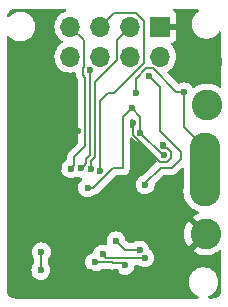
<source format=gbl>
%TF.GenerationSoftware,KiCad,Pcbnew,8.0.5*%
%TF.CreationDate,2025-02-24T22:08:56-06:00*%
%TF.ProjectId,spudglo_driver_mini_v1p0,73707564-676c-46f5-9f64-72697665725f,rev?*%
%TF.SameCoordinates,Original*%
%TF.FileFunction,Copper,L2,Bot*%
%TF.FilePolarity,Positive*%
%FSLAX46Y46*%
G04 Gerber Fmt 4.6, Leading zero omitted, Abs format (unit mm)*
G04 Created by KiCad (PCBNEW 8.0.5) date 2025-02-24 22:08:56*
%MOMM*%
%LPD*%
G01*
G04 APERTURE LIST*
%TA.AperFunction,ComponentPad*%
%ADD10C,2.600000*%
%TD*%
%TA.AperFunction,ComponentPad*%
%ADD11O,1.700000X1.700000*%
%TD*%
%TA.AperFunction,ComponentPad*%
%ADD12R,1.700000X1.700000*%
%TD*%
%TA.AperFunction,ViaPad*%
%ADD13C,0.600000*%
%TD*%
%TA.AperFunction,Conductor*%
%ADD14C,0.200000*%
%TD*%
%TA.AperFunction,Conductor*%
%ADD15C,2.500000*%
%TD*%
G04 APERTURE END LIST*
D10*
%TO.P,J7,1,Pin_1*%
%TO.N,+5V*%
X207630000Y-66200000D03*
%TD*%
%TO.P,J1,1,Pin_1*%
%TO.N,GND*%
X207710000Y-69840000D03*
%TD*%
%TO.P,J2,1,Pin_1*%
%TO.N,+5V*%
X207630000Y-62550000D03*
%TD*%
%TO.P,J4,1,Pin_1*%
%TO.N,TIM1_CH1_SHIFT*%
X207810000Y-58910000D03*
%TD*%
%TO.P,J5,1,Pin_1*%
%TO.N,GND*%
X207800000Y-55290000D03*
%TD*%
D11*
%TO.P,J3,8,Pin_8*%
%TO.N,+3V3*%
X196270000Y-54840000D03*
%TO.P,J3,7,Pin_7*%
%TO.N,/SWDIO*%
X196270000Y-52300000D03*
%TO.P,J3,6,Pin_6*%
%TO.N,/SWCLK*%
X198810000Y-54840000D03*
%TO.P,J3,5,Pin_5*%
%TO.N,XR_TX*%
X198810001Y-52300000D03*
%TO.P,J3,4,Pin_4*%
%TO.N,GND*%
X201350000Y-54840000D03*
%TO.P,J3,3,Pin_3*%
%TO.N,XR_RX*%
X201350000Y-52300000D03*
%TO.P,J3,2,Pin_2*%
%TO.N,NRST*%
X203890000Y-54840000D03*
D12*
%TO.P,J3,1,Pin_1*%
%TO.N,GND*%
X203890000Y-52300000D03*
%TD*%
D13*
%TO.N,+3V3*%
X197719732Y-65920000D03*
%TO.N,GND*%
X194960000Y-72390000D03*
%TO.N,+5V*%
X201796045Y-57893124D03*
%TO.N,/SWDIO*%
X196290000Y-64310000D03*
%TO.N,/SWCLK*%
X197188129Y-64269091D03*
X197950000Y-55990000D03*
%TO.N,NRST*%
X202590031Y-65668497D03*
X202920791Y-56435987D03*
%TO.N,+5V*%
X205870000Y-57820000D03*
%TO.N,GND*%
X195445001Y-61490000D03*
%TO.N,XR_TX*%
X198763061Y-64514000D03*
%TO.N,XR_RX*%
X197990334Y-64306891D03*
%TO.N,GND*%
X204115581Y-62327737D03*
%TO.N,/SWCLK*%
X198989866Y-71573508D03*
%TO.N,NRST*%
X200130000Y-70426687D03*
X202127494Y-71206225D03*
%TO.N,/SWCLK*%
X202570000Y-71872703D03*
%TO.N,/SWDIO*%
X198319732Y-72243642D03*
X200890903Y-72500903D03*
%TO.N,+3V3*%
X201470000Y-59200000D03*
%TO.N,GND*%
X201590000Y-60420000D03*
X197912538Y-73090001D03*
%TO.N,+3V3*%
X202199315Y-61260000D03*
X204199315Y-63150000D03*
%TO.N,GND*%
X200095937Y-73098829D03*
X196879265Y-61100735D03*
%TO.N,+3V3*%
X193811002Y-71371213D03*
X193760735Y-72929265D03*
%TD*%
D14*
%TO.N,/SWDIO*%
X200890903Y-72500903D02*
X200662703Y-72272703D01*
X199881850Y-72272703D02*
X199852789Y-72243642D01*
X200662703Y-72272703D02*
X199881850Y-72272703D01*
X199852789Y-72243642D02*
X198319732Y-72243642D01*
%TO.N,GND*%
X204447844Y-63750000D02*
X203840786Y-63750000D01*
X204055001Y-62388317D02*
X204055001Y-62550000D01*
X204799315Y-62901471D02*
X204799315Y-63398529D01*
X204447844Y-62550000D02*
X204799315Y-62901471D01*
X204799315Y-63398529D02*
X204447844Y-63750000D01*
X203840786Y-63750000D02*
X201590000Y-61499214D01*
X204055001Y-62550000D02*
X204447844Y-62550000D01*
X201590000Y-61499214D02*
X201590000Y-60420000D01*
X204115581Y-62327737D02*
X204055001Y-62388317D01*
%TO.N,+3V3*%
X204199315Y-63150000D02*
X204089315Y-63150000D01*
X204089315Y-63150000D02*
X202199315Y-61260000D01*
X201470000Y-59200000D02*
X200710000Y-59960000D01*
X200710000Y-59960000D02*
X200710000Y-64290000D01*
X199835590Y-64290000D02*
X198205590Y-65920000D01*
X198205590Y-65920000D02*
X197719732Y-65920000D01*
X200710000Y-64290000D02*
X199835590Y-64290000D01*
%TO.N,GND*%
X195445001Y-64313530D02*
X194960000Y-64798531D01*
X194960000Y-64798531D02*
X194960000Y-72390000D01*
X195445001Y-61490000D02*
X195445001Y-64313530D01*
%TO.N,+5V*%
X201796045Y-56712204D02*
X202672262Y-55835987D01*
X202672262Y-55835987D02*
X203259641Y-55835987D01*
X203259641Y-55835987D02*
X205243654Y-57820000D01*
X205243654Y-57820000D02*
X205870000Y-57820000D01*
%TO.N,NRST*%
X202920791Y-56435987D02*
X203854711Y-57369907D01*
X204860000Y-64220000D02*
X203910000Y-64220000D01*
X203854711Y-57369907D02*
X203854711Y-61116182D01*
X205620000Y-63460000D02*
X204860000Y-64220000D01*
X205620000Y-62881471D02*
X205620000Y-63460000D01*
X203910000Y-64220000D02*
X202590031Y-65539969D01*
X202590031Y-65539969D02*
X202590031Y-65668497D01*
X203854711Y-61116182D02*
X205620000Y-62881471D01*
%TO.N,/SWDIO*%
X196588129Y-64011871D02*
X196290000Y-64310000D01*
X196588129Y-63321871D02*
X196588129Y-64011871D01*
X197350000Y-55741471D02*
X197350000Y-56410000D01*
X197350000Y-56410000D02*
X197540000Y-56600000D01*
X197540000Y-62370000D02*
X196588129Y-63321871D01*
X196270000Y-52300000D02*
X197420000Y-53450000D01*
X197420000Y-53450000D02*
X197420000Y-55671471D01*
X197420000Y-55671471D02*
X197350000Y-55741471D01*
X197540000Y-56600000D02*
X197540000Y-62370000D01*
%TO.N,/SWCLK*%
X197390334Y-64066886D02*
X197390334Y-64058362D01*
X197390334Y-64058362D02*
X197590334Y-63858362D01*
X197590334Y-63858362D02*
X197590334Y-63507041D01*
X197590334Y-63507041D02*
X197940000Y-63157375D01*
X197188129Y-64269091D02*
X197390334Y-64066886D01*
X197940000Y-63157375D02*
X197940000Y-56000000D01*
X197940000Y-56000000D02*
X197950000Y-55990000D01*
%TO.N,XR_RX*%
X201350000Y-52300000D02*
X200200000Y-53450000D01*
X200200000Y-53450000D02*
X200200000Y-55120000D01*
X198340000Y-63276939D02*
X198363061Y-63300000D01*
X200200000Y-55120000D02*
X198340000Y-56980000D01*
X198340000Y-56980000D02*
X198340000Y-63276939D01*
X198363061Y-63300000D02*
X197990334Y-63672727D01*
X197990334Y-63672727D02*
X197990334Y-64306891D01*
%TO.N,XR_TX*%
X198810001Y-52300000D02*
X199960001Y-51150000D01*
X199960001Y-51150000D02*
X201826346Y-51150000D01*
X201826346Y-51150000D02*
X202500000Y-51823654D01*
X202500000Y-55340000D02*
X199950000Y-57890000D01*
X202500000Y-51823654D02*
X202500000Y-55340000D01*
X199420000Y-57890000D02*
X198740000Y-58570000D01*
X199950000Y-57890000D02*
X199420000Y-57890000D01*
X198740000Y-58570000D02*
X198763061Y-58593061D01*
X198763061Y-58593061D02*
X198763061Y-64514000D01*
%TO.N,+5V*%
X205870000Y-57820000D02*
X205870000Y-60790000D01*
X205870000Y-60790000D02*
X207630000Y-62550000D01*
%TO.N,GND*%
X195445001Y-61490000D02*
X195834266Y-61100735D01*
X195834266Y-61100735D02*
X196879265Y-61100735D01*
%TO.N,+3V3*%
X202199315Y-61260000D02*
X202199315Y-59929315D01*
X202199315Y-59929315D02*
X201470000Y-59200000D01*
%TO.N,NRST*%
X202127494Y-71206225D02*
X200909538Y-71206225D01*
X200909538Y-71206225D02*
X200130000Y-70426687D01*
%TO.N,/SWCLK*%
X199260000Y-71843642D02*
X200018474Y-71843642D01*
X198989866Y-71573508D02*
X199260000Y-71843642D01*
X200018474Y-71843642D02*
X200047535Y-71872703D01*
X200047535Y-71872703D02*
X202570000Y-71872703D01*
D15*
%TO.N,+5V*%
X207630000Y-66200000D02*
X207630000Y-62550000D01*
D14*
%TO.N,GND*%
X200197108Y-73200000D02*
X200095937Y-73098829D01*
X197921366Y-73098829D02*
X197912538Y-73090001D01*
X200095937Y-73098829D02*
X197921366Y-73098829D01*
%TO.N,+3V3*%
X193811002Y-71371213D02*
X193760735Y-71421480D01*
X193760735Y-71421480D02*
X193760735Y-72929265D01*
%TO.N,+5V*%
X201796045Y-57893124D02*
X201796045Y-56712204D01*
%TD*%
%TA.AperFunction,Conductor*%
%TO.N,GND*%
G36*
X195853624Y-50798700D02*
G01*
X195899379Y-50851504D01*
X195909323Y-50920662D01*
X195880298Y-50984218D01*
X195821520Y-51021992D01*
X195818678Y-51022790D01*
X195806344Y-51026094D01*
X195806335Y-51026098D01*
X195592171Y-51125964D01*
X195592169Y-51125965D01*
X195398597Y-51261505D01*
X195231505Y-51428597D01*
X195095965Y-51622169D01*
X195095964Y-51622171D01*
X194996098Y-51836335D01*
X194996094Y-51836344D01*
X194934938Y-52064586D01*
X194934936Y-52064596D01*
X194914341Y-52299999D01*
X194914341Y-52300000D01*
X194934936Y-52535403D01*
X194934938Y-52535413D01*
X194996094Y-52763655D01*
X194996096Y-52763659D01*
X194996097Y-52763663D01*
X195076182Y-52935405D01*
X195095965Y-52977830D01*
X195095967Y-52977834D01*
X195231501Y-53171395D01*
X195231506Y-53171402D01*
X195398597Y-53338493D01*
X195398603Y-53338498D01*
X195584158Y-53468425D01*
X195627783Y-53523002D01*
X195634977Y-53592500D01*
X195603454Y-53654855D01*
X195584158Y-53671575D01*
X195398597Y-53801505D01*
X195231505Y-53968597D01*
X195095965Y-54162169D01*
X195095964Y-54162171D01*
X194996098Y-54376335D01*
X194996094Y-54376344D01*
X194934938Y-54604586D01*
X194934936Y-54604596D01*
X194914341Y-54839999D01*
X194914341Y-54840000D01*
X194934936Y-55075403D01*
X194934938Y-55075413D01*
X194996094Y-55303655D01*
X194996096Y-55303659D01*
X194996097Y-55303663D01*
X195082389Y-55488716D01*
X195095965Y-55517830D01*
X195095967Y-55517834D01*
X195153865Y-55600520D01*
X195231505Y-55711401D01*
X195398599Y-55878495D01*
X195495384Y-55946265D01*
X195592165Y-56014032D01*
X195592167Y-56014033D01*
X195592170Y-56014035D01*
X195806337Y-56113903D01*
X196034592Y-56175063D01*
X196222918Y-56191539D01*
X196269999Y-56195659D01*
X196270000Y-56195659D01*
X196270001Y-56195659D01*
X196309234Y-56192226D01*
X196505408Y-56175063D01*
X196593407Y-56151484D01*
X196663257Y-56153147D01*
X196721119Y-56192310D01*
X196748623Y-56256538D01*
X196749500Y-56271259D01*
X196749500Y-56323330D01*
X196749499Y-56323348D01*
X196749499Y-56489054D01*
X196749498Y-56489054D01*
X196749499Y-56489057D01*
X196790423Y-56641785D01*
X196805426Y-56667771D01*
X196805427Y-56667773D01*
X196805428Y-56667773D01*
X196869479Y-56778714D01*
X196869481Y-56778717D01*
X196903181Y-56812417D01*
X196936666Y-56873740D01*
X196939500Y-56900098D01*
X196939500Y-62069902D01*
X196919815Y-62136941D01*
X196903181Y-62157583D01*
X196107610Y-62953153D01*
X196107606Y-62953158D01*
X196084501Y-62993180D01*
X196084500Y-62993182D01*
X196028552Y-63090086D01*
X195987628Y-63242814D01*
X195987628Y-63242816D01*
X195987628Y-63410917D01*
X195987629Y-63410930D01*
X195987629Y-63486051D01*
X195967944Y-63553090D01*
X195929601Y-63591045D01*
X195787737Y-63680184D01*
X195660184Y-63807737D01*
X195564211Y-63960476D01*
X195504631Y-64130745D01*
X195504630Y-64130750D01*
X195484435Y-64309996D01*
X195484435Y-64310003D01*
X195504630Y-64489249D01*
X195504631Y-64489254D01*
X195564211Y-64659523D01*
X195660184Y-64812262D01*
X195787738Y-64939816D01*
X195940478Y-65035789D01*
X195993834Y-65054459D01*
X196110745Y-65095368D01*
X196110750Y-65095369D01*
X196289996Y-65115565D01*
X196290000Y-65115565D01*
X196290004Y-65115565D01*
X196469249Y-65095369D01*
X196469252Y-65095368D01*
X196469255Y-65095368D01*
X196639522Y-65035789D01*
X196705645Y-64994240D01*
X196772879Y-64975240D01*
X196831980Y-64992593D01*
X196832334Y-64991860D01*
X196836788Y-64994005D01*
X196837588Y-64994240D01*
X196838607Y-64994880D01*
X196955518Y-65035789D01*
X197008874Y-65054459D01*
X197008878Y-65054460D01*
X197100617Y-65064795D01*
X197153164Y-65070716D01*
X197217577Y-65097782D01*
X197257132Y-65155376D01*
X197259271Y-65225213D01*
X197223313Y-65285120D01*
X197217841Y-65289812D01*
X197089916Y-65417737D01*
X196993943Y-65570476D01*
X196934363Y-65740745D01*
X196934362Y-65740750D01*
X196914167Y-65919996D01*
X196914167Y-65920003D01*
X196934362Y-66099249D01*
X196934363Y-66099254D01*
X196993943Y-66269523D01*
X197089916Y-66422262D01*
X197217470Y-66549816D01*
X197370210Y-66645789D01*
X197540477Y-66705368D01*
X197540482Y-66705369D01*
X197719728Y-66725565D01*
X197719732Y-66725565D01*
X197719736Y-66725565D01*
X197898981Y-66705369D01*
X197898984Y-66705368D01*
X197898987Y-66705368D01*
X198069254Y-66645789D01*
X198221994Y-66549816D01*
X198222001Y-66549808D01*
X198226675Y-66546082D01*
X198277317Y-66524548D01*
X198276796Y-66522604D01*
X198284644Y-66520501D01*
X198284647Y-66520501D01*
X198437375Y-66479577D01*
X198487494Y-66450639D01*
X198574306Y-66400520D01*
X198686110Y-66288716D01*
X198686110Y-66288714D01*
X198696318Y-66278507D01*
X198696319Y-66278504D01*
X200048006Y-64926819D01*
X200109329Y-64893334D01*
X200135687Y-64890500D01*
X200789055Y-64890500D01*
X200789057Y-64890500D01*
X200941784Y-64849577D01*
X201078716Y-64770520D01*
X201190520Y-64658716D01*
X201269577Y-64521784D01*
X201310500Y-64369057D01*
X201310500Y-61780481D01*
X201330185Y-61713442D01*
X201382989Y-61667687D01*
X201452147Y-61657743D01*
X201515703Y-61686768D01*
X201539493Y-61714508D01*
X201569499Y-61762262D01*
X201697053Y-61889816D01*
X201849793Y-61985789D01*
X202020060Y-62045368D01*
X202106984Y-62055161D01*
X202171395Y-62082226D01*
X202180780Y-62090700D01*
X203391034Y-63300955D01*
X203420395Y-63347682D01*
X203473525Y-63499521D01*
X203539656Y-63604767D01*
X203558656Y-63672003D01*
X203538288Y-63738839D01*
X203522344Y-63758420D01*
X203429480Y-63851284D01*
X203429478Y-63851286D01*
X202410575Y-64870188D01*
X202363850Y-64899548D01*
X202240507Y-64942708D01*
X202240506Y-64942709D01*
X202087768Y-65038681D01*
X201960215Y-65166234D01*
X201864242Y-65318973D01*
X201804662Y-65489242D01*
X201804661Y-65489247D01*
X201784466Y-65668493D01*
X201784466Y-65668500D01*
X201804661Y-65847746D01*
X201804662Y-65847751D01*
X201864242Y-66018020D01*
X201915282Y-66099249D01*
X201960215Y-66170759D01*
X202087769Y-66298313D01*
X202240509Y-66394286D01*
X202320460Y-66422262D01*
X202410776Y-66453865D01*
X202410781Y-66453866D01*
X202590027Y-66474062D01*
X202590031Y-66474062D01*
X202590035Y-66474062D01*
X202769280Y-66453866D01*
X202769283Y-66453865D01*
X202769286Y-66453865D01*
X202939553Y-66394286D01*
X203092293Y-66298313D01*
X203219847Y-66170759D01*
X203315820Y-66018019D01*
X203375399Y-65847752D01*
X203395596Y-65668497D01*
X203393689Y-65651570D01*
X203405743Y-65582748D01*
X203429225Y-65550008D01*
X204122416Y-64856819D01*
X204183739Y-64823334D01*
X204210097Y-64820500D01*
X204773331Y-64820500D01*
X204773347Y-64820501D01*
X204780943Y-64820501D01*
X204939054Y-64820501D01*
X204939057Y-64820501D01*
X205091785Y-64779577D01*
X205152488Y-64744530D01*
X205228716Y-64700520D01*
X205340520Y-64588716D01*
X205340520Y-64588714D01*
X205350724Y-64578511D01*
X205350727Y-64578506D01*
X205667820Y-64261414D01*
X205729142Y-64227930D01*
X205798834Y-64232914D01*
X205854767Y-64274786D01*
X205879184Y-64340250D01*
X205879500Y-64349096D01*
X205879500Y-65764093D01*
X205876391Y-65791686D01*
X205844616Y-65930899D01*
X205824451Y-66199995D01*
X205824451Y-66200004D01*
X205844616Y-66469101D01*
X205904664Y-66732188D01*
X205904666Y-66732195D01*
X206003257Y-66983398D01*
X206138185Y-67217102D01*
X206206884Y-67303247D01*
X206306442Y-67428089D01*
X206493183Y-67601358D01*
X206504259Y-67611635D01*
X206727226Y-67763651D01*
X206970359Y-67880738D01*
X207078546Y-67914109D01*
X207136805Y-67952679D01*
X207164963Y-68016624D01*
X207154079Y-68085641D01*
X207107610Y-68137818D01*
X207078547Y-68151091D01*
X207050537Y-68159731D01*
X206807485Y-68276778D01*
X206807476Y-68276783D01*
X206624848Y-68401296D01*
X207462511Y-69238958D01*
X207402110Y-69263978D01*
X207295649Y-69335112D01*
X207205112Y-69425649D01*
X207133978Y-69532110D01*
X207108958Y-69592511D01*
X206272295Y-68755848D01*
X206218600Y-68823180D01*
X206083709Y-69056818D01*
X205985148Y-69307947D01*
X205985142Y-69307966D01*
X205925113Y-69570971D01*
X205925113Y-69570973D01*
X205904953Y-69839995D01*
X205904953Y-69840004D01*
X205925113Y-70109026D01*
X205925113Y-70109028D01*
X205985142Y-70372033D01*
X205985148Y-70372052D01*
X206083709Y-70623181D01*
X206083708Y-70623181D01*
X206218602Y-70856822D01*
X206272294Y-70924151D01*
X206272295Y-70924151D01*
X207108958Y-70087488D01*
X207133978Y-70147890D01*
X207205112Y-70254351D01*
X207295649Y-70344888D01*
X207402110Y-70416022D01*
X207462509Y-70441040D01*
X206624848Y-71278702D01*
X206807483Y-71403220D01*
X206807485Y-71403221D01*
X207050539Y-71520269D01*
X207050537Y-71520269D01*
X207308337Y-71599790D01*
X207308343Y-71599792D01*
X207575101Y-71639999D01*
X207575110Y-71640000D01*
X207844890Y-71640000D01*
X207844898Y-71639999D01*
X208111656Y-71599792D01*
X208111662Y-71599790D01*
X208369461Y-71520269D01*
X208612516Y-71403221D01*
X208612517Y-71403220D01*
X208835428Y-71251242D01*
X208844772Y-71242572D01*
X208907304Y-71211401D01*
X208976761Y-71218987D01*
X209031091Y-71262919D01*
X209053044Y-71329250D01*
X209053116Y-71333468D01*
X209053116Y-74468282D01*
X209052938Y-74471050D01*
X209053102Y-74537298D01*
X209052535Y-74549453D01*
X209039930Y-74680776D01*
X209035247Y-74704628D01*
X208999030Y-74825096D01*
X208989784Y-74847576D01*
X208930762Y-74958665D01*
X208917308Y-74978910D01*
X208837747Y-75076351D01*
X208820602Y-75093582D01*
X208723561Y-75173630D01*
X208703384Y-75187185D01*
X208592594Y-75246762D01*
X208570159Y-75256121D01*
X208449870Y-75292940D01*
X208426044Y-75297742D01*
X208337361Y-75306703D01*
X208294551Y-75311029D01*
X208282092Y-75311657D01*
X208044966Y-75311657D01*
X207977927Y-75291972D01*
X207932172Y-75239168D01*
X207922228Y-75170010D01*
X207951253Y-75106454D01*
X207993968Y-75075654D01*
X207993684Y-75075096D01*
X207997292Y-75073257D01*
X207997522Y-75073092D01*
X207998010Y-75072888D01*
X207998025Y-75072884D01*
X208173405Y-74983524D01*
X208332646Y-74867828D01*
X208471828Y-74728646D01*
X208587524Y-74569405D01*
X208676884Y-74394025D01*
X208737709Y-74206826D01*
X208768500Y-74012422D01*
X208768500Y-73815577D01*
X208737709Y-73621173D01*
X208676882Y-73433970D01*
X208601626Y-73286272D01*
X208587524Y-73258595D01*
X208471828Y-73099354D01*
X208332646Y-72960172D01*
X208173405Y-72844476D01*
X208172749Y-72844142D01*
X207998029Y-72755117D01*
X207810826Y-72694290D01*
X207616422Y-72663500D01*
X207616417Y-72663500D01*
X207419583Y-72663500D01*
X207419578Y-72663500D01*
X207225173Y-72694290D01*
X207037970Y-72755117D01*
X206862594Y-72844476D01*
X206795962Y-72892888D01*
X206703354Y-72960172D01*
X206703352Y-72960174D01*
X206703351Y-72960174D01*
X206564174Y-73099351D01*
X206564174Y-73099352D01*
X206564172Y-73099354D01*
X206541385Y-73130718D01*
X206448476Y-73258594D01*
X206359117Y-73433970D01*
X206298290Y-73621173D01*
X206267500Y-73815577D01*
X206267500Y-74012422D01*
X206298290Y-74206826D01*
X206359117Y-74394029D01*
X206438310Y-74549453D01*
X206448476Y-74569405D01*
X206564172Y-74728646D01*
X206703354Y-74867828D01*
X206862595Y-74983524D01*
X207037975Y-75072884D01*
X207037985Y-75072887D01*
X207038478Y-75073092D01*
X207038641Y-75073223D01*
X207042316Y-75075096D01*
X207041922Y-75075867D01*
X207092885Y-75116929D01*
X207114955Y-75183222D01*
X207097681Y-75250922D01*
X207046547Y-75298537D01*
X206991034Y-75311657D01*
X191709494Y-75311657D01*
X191706666Y-75311475D01*
X191700244Y-75311491D01*
X191700243Y-75311491D01*
X191678040Y-75311547D01*
X191640433Y-75311643D01*
X191628279Y-75311076D01*
X191496964Y-75298480D01*
X191473112Y-75293799D01*
X191352631Y-75257587D01*
X191330149Y-75248342D01*
X191219045Y-75189319D01*
X191198799Y-75175866D01*
X191191626Y-75170010D01*
X191101342Y-75096300D01*
X191084118Y-75079164D01*
X191004052Y-74982110D01*
X190990501Y-74961939D01*
X190930911Y-74851137D01*
X190921553Y-74828707D01*
X190884721Y-74708401D01*
X190879922Y-74684592D01*
X190866753Y-74554296D01*
X190866126Y-74541846D01*
X190866126Y-72929261D01*
X192955170Y-72929261D01*
X192955170Y-72929268D01*
X192975365Y-73108514D01*
X192975366Y-73108519D01*
X193034946Y-73278788D01*
X193039649Y-73286272D01*
X193130919Y-73431527D01*
X193258473Y-73559081D01*
X193411213Y-73655054D01*
X193581480Y-73714633D01*
X193581485Y-73714634D01*
X193760731Y-73734830D01*
X193760735Y-73734830D01*
X193760739Y-73734830D01*
X193939984Y-73714634D01*
X193939987Y-73714633D01*
X193939990Y-73714633D01*
X194110257Y-73655054D01*
X194262997Y-73559081D01*
X194390551Y-73431527D01*
X194486524Y-73278787D01*
X194546103Y-73108520D01*
X194552786Y-73049207D01*
X194566300Y-72929268D01*
X194566300Y-72929261D01*
X194546104Y-72750015D01*
X194546103Y-72750010D01*
X194515832Y-72663500D01*
X194486524Y-72579743D01*
X194390551Y-72427003D01*
X194390549Y-72427001D01*
X194390548Y-72426999D01*
X194388285Y-72424161D01*
X194387394Y-72421980D01*
X194386846Y-72421107D01*
X194386999Y-72421010D01*
X194361879Y-72359474D01*
X194361235Y-72346852D01*
X194361235Y-72243638D01*
X197514167Y-72243638D01*
X197514167Y-72243645D01*
X197534362Y-72422891D01*
X197534363Y-72422896D01*
X197593943Y-72593165D01*
X197634727Y-72658072D01*
X197689916Y-72745904D01*
X197817470Y-72873458D01*
X197848393Y-72892888D01*
X197955477Y-72960174D01*
X197970210Y-72969431D01*
X198140477Y-73029010D01*
X198140482Y-73029011D01*
X198319728Y-73049207D01*
X198319732Y-73049207D01*
X198319736Y-73049207D01*
X198498981Y-73029011D01*
X198498984Y-73029010D01*
X198498987Y-73029010D01*
X198669254Y-72969431D01*
X198821994Y-72873458D01*
X198821999Y-72873452D01*
X198824829Y-72871197D01*
X198827007Y-72870307D01*
X198827890Y-72869753D01*
X198827987Y-72869907D01*
X198889515Y-72844787D01*
X198902144Y-72844142D01*
X199678010Y-72844142D01*
X199710103Y-72848366D01*
X199717788Y-72850426D01*
X199739852Y-72856338D01*
X199739851Y-72856338D01*
X199753152Y-72859901D01*
X199802792Y-72873203D01*
X199802793Y-72873203D01*
X200110894Y-72873203D01*
X200177933Y-72892888D01*
X200215886Y-72931229D01*
X200261087Y-73003165D01*
X200388641Y-73130719D01*
X200541381Y-73226692D01*
X200632552Y-73258594D01*
X200711648Y-73286271D01*
X200711653Y-73286272D01*
X200890899Y-73306468D01*
X200890903Y-73306468D01*
X200890907Y-73306468D01*
X201070152Y-73286272D01*
X201070155Y-73286271D01*
X201070158Y-73286271D01*
X201240425Y-73226692D01*
X201393165Y-73130719D01*
X201520719Y-73003165D01*
X201616692Y-72850425D01*
X201676271Y-72680158D01*
X201678760Y-72658072D01*
X201687182Y-72583320D01*
X201714248Y-72518906D01*
X201771843Y-72479351D01*
X201810402Y-72473203D01*
X201987588Y-72473203D01*
X202054627Y-72492888D01*
X202064903Y-72500258D01*
X202067736Y-72502517D01*
X202067738Y-72502519D01*
X202181270Y-72573855D01*
X202211998Y-72593164D01*
X202220478Y-72598492D01*
X202390745Y-72658071D01*
X202390750Y-72658072D01*
X202569996Y-72678268D01*
X202570000Y-72678268D01*
X202570004Y-72678268D01*
X202749249Y-72658072D01*
X202749252Y-72658071D01*
X202749255Y-72658071D01*
X202919522Y-72598492D01*
X203072262Y-72502519D01*
X203199816Y-72374965D01*
X203295789Y-72222225D01*
X203355368Y-72051958D01*
X203355369Y-72051952D01*
X203375565Y-71872706D01*
X203375565Y-71872699D01*
X203355369Y-71693453D01*
X203355368Y-71693448D01*
X203322596Y-71599792D01*
X203295789Y-71523181D01*
X203293959Y-71520269D01*
X203200301Y-71371213D01*
X203199816Y-71370441D01*
X203072262Y-71242887D01*
X203072261Y-71242886D01*
X202977460Y-71183318D01*
X202931169Y-71130983D01*
X202920212Y-71092212D01*
X202912862Y-71026970D01*
X202853283Y-70856703D01*
X202757310Y-70703963D01*
X202629756Y-70576409D01*
X202612630Y-70565648D01*
X202477017Y-70480436D01*
X202306748Y-70420856D01*
X202306743Y-70420855D01*
X202127498Y-70400660D01*
X202127490Y-70400660D01*
X201948244Y-70420855D01*
X201948239Y-70420856D01*
X201777970Y-70480436D01*
X201625230Y-70576410D01*
X201622397Y-70578670D01*
X201620218Y-70579559D01*
X201619336Y-70580114D01*
X201619238Y-70579959D01*
X201557711Y-70605080D01*
X201545082Y-70605725D01*
X201209635Y-70605725D01*
X201142596Y-70586040D01*
X201121954Y-70569406D01*
X200960700Y-70408152D01*
X200927215Y-70346829D01*
X200925163Y-70334373D01*
X200915368Y-70247432D01*
X200855789Y-70077165D01*
X200759816Y-69924425D01*
X200632262Y-69796871D01*
X200599016Y-69775981D01*
X200479523Y-69700898D01*
X200309254Y-69641318D01*
X200309249Y-69641317D01*
X200130004Y-69621122D01*
X200129996Y-69621122D01*
X199950750Y-69641317D01*
X199950745Y-69641318D01*
X199780476Y-69700898D01*
X199627737Y-69796871D01*
X199500184Y-69924424D01*
X199404211Y-70077163D01*
X199344631Y-70247432D01*
X199344630Y-70247437D01*
X199324435Y-70426683D01*
X199324435Y-70426690D01*
X199344630Y-70605936D01*
X199344632Y-70605944D01*
X199356725Y-70640504D01*
X199360286Y-70710283D01*
X199325557Y-70770910D01*
X199263563Y-70803137D01*
X199198728Y-70798499D01*
X199169128Y-70788141D01*
X199169115Y-70788138D01*
X198989870Y-70767943D01*
X198989862Y-70767943D01*
X198810616Y-70788138D01*
X198810611Y-70788139D01*
X198640342Y-70847719D01*
X198487603Y-70943692D01*
X198360050Y-71071245D01*
X198264076Y-71223986D01*
X198207626Y-71385314D01*
X198166904Y-71442090D01*
X198131538Y-71461402D01*
X197970210Y-71517852D01*
X197817469Y-71613826D01*
X197689916Y-71741379D01*
X197593943Y-71894118D01*
X197534363Y-72064387D01*
X197534362Y-72064392D01*
X197514167Y-72243638D01*
X194361235Y-72243638D01*
X194361235Y-72004420D01*
X194380920Y-71937381D01*
X194397554Y-71916739D01*
X194440818Y-71873475D01*
X194536791Y-71720735D01*
X194596370Y-71550468D01*
X194596371Y-71550462D01*
X194616567Y-71371216D01*
X194616567Y-71371209D01*
X194596371Y-71191963D01*
X194596370Y-71191958D01*
X194554131Y-71071246D01*
X194536791Y-71021691D01*
X194440818Y-70868951D01*
X194313264Y-70741397D01*
X194160525Y-70645424D01*
X193990256Y-70585844D01*
X193990251Y-70585843D01*
X193811006Y-70565648D01*
X193810998Y-70565648D01*
X193631752Y-70585843D01*
X193631747Y-70585844D01*
X193461478Y-70645424D01*
X193308739Y-70741397D01*
X193181186Y-70868950D01*
X193085213Y-71021689D01*
X193025633Y-71191958D01*
X193025632Y-71191963D01*
X193005437Y-71371209D01*
X193005437Y-71371216D01*
X193025632Y-71550462D01*
X193025633Y-71550467D01*
X193085213Y-71720737D01*
X193141228Y-71809882D01*
X193160235Y-71875855D01*
X193160235Y-72346852D01*
X193140550Y-72413891D01*
X193133185Y-72424161D01*
X193130921Y-72426999D01*
X193034946Y-72579741D01*
X192975366Y-72750010D01*
X192975365Y-72750015D01*
X192955170Y-72929261D01*
X190866126Y-72929261D01*
X190866126Y-53189962D01*
X190885811Y-53122923D01*
X190938615Y-53077168D01*
X191007773Y-53067224D01*
X191071329Y-53096249D01*
X191077807Y-53102281D01*
X191209354Y-53233828D01*
X191368595Y-53349524D01*
X191451455Y-53391743D01*
X191543970Y-53438882D01*
X191543972Y-53438882D01*
X191543975Y-53438884D01*
X191634892Y-53468425D01*
X191731173Y-53499709D01*
X191925578Y-53530500D01*
X191925583Y-53530500D01*
X192122422Y-53530500D01*
X192316826Y-53499709D01*
X192504025Y-53438884D01*
X192679405Y-53349524D01*
X192838646Y-53233828D01*
X192977828Y-53094646D01*
X193093524Y-52935405D01*
X193182884Y-52760025D01*
X193243709Y-52572826D01*
X193249635Y-52535413D01*
X193274500Y-52378422D01*
X193274500Y-52181577D01*
X193243709Y-51987173D01*
X193193964Y-51834075D01*
X193182884Y-51799975D01*
X193182882Y-51799972D01*
X193182882Y-51799970D01*
X193135743Y-51707455D01*
X193093524Y-51624595D01*
X192977828Y-51465354D01*
X192838646Y-51326172D01*
X192679405Y-51210476D01*
X192674361Y-51207906D01*
X192504029Y-51121117D01*
X192316826Y-51060290D01*
X192122422Y-51029500D01*
X192122417Y-51029500D01*
X191925583Y-51029500D01*
X191925578Y-51029500D01*
X191731173Y-51060290D01*
X191543970Y-51121117D01*
X191368594Y-51210476D01*
X191209355Y-51326171D01*
X191119295Y-51416231D01*
X191057971Y-51449715D01*
X190988280Y-51444731D01*
X190932346Y-51402859D01*
X190907930Y-51337394D01*
X190912919Y-51292669D01*
X190920800Y-51266598D01*
X190930044Y-51244199D01*
X190948001Y-51210476D01*
X190989276Y-51132958D01*
X191002691Y-51112798D01*
X191082434Y-51015192D01*
X191099513Y-50998027D01*
X191196713Y-50917796D01*
X191216800Y-50904282D01*
X191327754Y-50844482D01*
X191350092Y-50835132D01*
X191470550Y-50798055D01*
X191494271Y-50793228D01*
X191625610Y-50779669D01*
X191638335Y-50779015D01*
X195786585Y-50779015D01*
X195853624Y-50798700D01*
G37*
%TD.AperFunction*%
%TA.AperFunction,Conductor*%
G36*
X201513334Y-60108415D02*
G01*
X201557681Y-60136916D01*
X201562496Y-60141731D01*
X201595981Y-60203054D01*
X201598815Y-60229412D01*
X201598815Y-60677587D01*
X201579130Y-60744626D01*
X201571765Y-60754896D01*
X201569499Y-60757737D01*
X201539493Y-60805491D01*
X201487158Y-60851782D01*
X201418105Y-60862429D01*
X201354256Y-60834054D01*
X201315885Y-60775663D01*
X201310500Y-60739518D01*
X201310500Y-60260097D01*
X201330185Y-60193058D01*
X201346819Y-60172416D01*
X201382319Y-60136916D01*
X201443642Y-60103431D01*
X201513334Y-60108415D01*
G37*
%TD.AperFunction*%
%TA.AperFunction,Conductor*%
G36*
X207106816Y-50798700D02*
G01*
X207152571Y-50851504D01*
X207162515Y-50920662D01*
X207133490Y-50984218D01*
X207112664Y-51003331D01*
X206957354Y-51116172D01*
X206957352Y-51116174D01*
X206957351Y-51116174D01*
X206818174Y-51255351D01*
X206818174Y-51255352D01*
X206818172Y-51255354D01*
X206810003Y-51266598D01*
X206702476Y-51414594D01*
X206613117Y-51589970D01*
X206552290Y-51777173D01*
X206521500Y-51971577D01*
X206521500Y-52168422D01*
X206552290Y-52362826D01*
X206613117Y-52550029D01*
X206702476Y-52725405D01*
X206818172Y-52884646D01*
X206957354Y-53023828D01*
X207116595Y-53139524D01*
X207199455Y-53181743D01*
X207291970Y-53228882D01*
X207291972Y-53228882D01*
X207291975Y-53228884D01*
X207379652Y-53257372D01*
X207479173Y-53289709D01*
X207673578Y-53320500D01*
X207673583Y-53320500D01*
X207870422Y-53320500D01*
X208064826Y-53289709D01*
X208252025Y-53228884D01*
X208427405Y-53139524D01*
X208586646Y-53023828D01*
X208725828Y-52884646D01*
X208828799Y-52742919D01*
X208884128Y-52700255D01*
X208953742Y-52694276D01*
X209015537Y-52726882D01*
X209049894Y-52787721D01*
X209053116Y-52815806D01*
X209053116Y-57343770D01*
X209033431Y-57410809D01*
X208980627Y-57456564D01*
X208911469Y-57466508D01*
X208859265Y-57446224D01*
X208712775Y-57346349D01*
X208712767Y-57346344D01*
X208469643Y-57229263D01*
X208469645Y-57229263D01*
X208211773Y-57149720D01*
X208211767Y-57149718D01*
X207944936Y-57109500D01*
X207944929Y-57109500D01*
X207675071Y-57109500D01*
X207675063Y-57109500D01*
X207408232Y-57149718D01*
X207408226Y-57149720D01*
X207150358Y-57229262D01*
X206907229Y-57346347D01*
X206907225Y-57346349D01*
X206740948Y-57459715D01*
X206674469Y-57481215D01*
X206606919Y-57463361D01*
X206566103Y-57423233D01*
X206522131Y-57353252D01*
X206499816Y-57317738D01*
X206372262Y-57190184D01*
X206219523Y-57094211D01*
X206049254Y-57034631D01*
X206049249Y-57034630D01*
X205870004Y-57014435D01*
X205869996Y-57014435D01*
X205690750Y-57034630D01*
X205690737Y-57034633D01*
X205520480Y-57094209D01*
X205510008Y-57100789D01*
X205442770Y-57119784D01*
X205375936Y-57099413D01*
X205356361Y-57083472D01*
X204501477Y-56228588D01*
X204467992Y-56167265D01*
X204472976Y-56097573D01*
X204514848Y-56041640D01*
X204536741Y-56028531D01*
X204567830Y-56014035D01*
X204761401Y-55878495D01*
X204928495Y-55711401D01*
X205064035Y-55517830D01*
X205163903Y-55303663D01*
X205225063Y-55075408D01*
X205245659Y-54840000D01*
X205225063Y-54604592D01*
X205163903Y-54376337D01*
X205064035Y-54162171D01*
X204928495Y-53968599D01*
X204806179Y-53846283D01*
X204772696Y-53784963D01*
X204777680Y-53715271D01*
X204819551Y-53659337D01*
X204850529Y-53642422D01*
X204982086Y-53593354D01*
X204982093Y-53593350D01*
X205097187Y-53507190D01*
X205097190Y-53507187D01*
X205183350Y-53392093D01*
X205183354Y-53392086D01*
X205233596Y-53257379D01*
X205233598Y-53257372D01*
X205239999Y-53197844D01*
X205240000Y-53197827D01*
X205240000Y-52550000D01*
X204323012Y-52550000D01*
X204355925Y-52492993D01*
X204390000Y-52365826D01*
X204390000Y-52234174D01*
X204355925Y-52107007D01*
X204323012Y-52050000D01*
X205240000Y-52050000D01*
X205240000Y-51402172D01*
X205239999Y-51402155D01*
X205233598Y-51342627D01*
X205233596Y-51342620D01*
X205183354Y-51207913D01*
X205183350Y-51207906D01*
X205097190Y-51092812D01*
X205097187Y-51092809D01*
X204976258Y-51002281D01*
X204934387Y-50946347D01*
X204929403Y-50876656D01*
X204962889Y-50815333D01*
X205024212Y-50781849D01*
X205050569Y-50779015D01*
X207039777Y-50779015D01*
X207106816Y-50798700D01*
G37*
%TD.AperFunction*%
%TD*%
M02*

</source>
